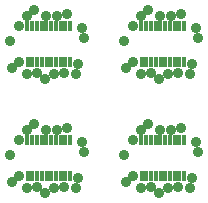
<source format=gbs>
G75*
%MOIN*%
%OFA0B0*%
%FSLAX25Y25*%
%IPPOS*%
%LPD*%
%AMOC8*
5,1,8,0,0,1.08239X$1,22.5*
%
%ADD10R,0.01587X0.03556*%
%ADD11C,0.03500*%
D10*
X0012327Y0013500D03*
X0013902Y0013500D03*
X0015476Y0013500D03*
X0017051Y0013500D03*
X0018626Y0013500D03*
X0020201Y0013500D03*
X0021776Y0013500D03*
X0023350Y0013500D03*
X0024925Y0013500D03*
X0026500Y0013500D03*
X0026500Y0025626D03*
X0024846Y0025626D03*
X0023272Y0025626D03*
X0021697Y0025626D03*
X0020122Y0025626D03*
X0018547Y0025626D03*
X0016972Y0025626D03*
X0015398Y0025626D03*
X0013823Y0025626D03*
X0012248Y0025626D03*
X0012327Y0051500D03*
X0013902Y0051500D03*
X0015476Y0051500D03*
X0017051Y0051500D03*
X0018626Y0051500D03*
X0020201Y0051500D03*
X0021776Y0051500D03*
X0023350Y0051500D03*
X0024925Y0051500D03*
X0026500Y0051500D03*
X0026500Y0063626D03*
X0024846Y0063626D03*
X0023272Y0063626D03*
X0021697Y0063626D03*
X0020122Y0063626D03*
X0018547Y0063626D03*
X0016972Y0063626D03*
X0015398Y0063626D03*
X0013823Y0063626D03*
X0012248Y0063626D03*
X0050248Y0063626D03*
X0051823Y0063626D03*
X0053398Y0063626D03*
X0054972Y0063626D03*
X0056547Y0063626D03*
X0058122Y0063626D03*
X0059697Y0063626D03*
X0061272Y0063626D03*
X0062846Y0063626D03*
X0064500Y0063626D03*
X0064500Y0051500D03*
X0062925Y0051500D03*
X0061350Y0051500D03*
X0059776Y0051500D03*
X0058201Y0051500D03*
X0056626Y0051500D03*
X0055051Y0051500D03*
X0053476Y0051500D03*
X0051902Y0051500D03*
X0050327Y0051500D03*
X0050248Y0025626D03*
X0051823Y0025626D03*
X0053398Y0025626D03*
X0054972Y0025626D03*
X0056547Y0025626D03*
X0058122Y0025626D03*
X0059697Y0025626D03*
X0061272Y0025626D03*
X0062846Y0025626D03*
X0064500Y0025626D03*
X0064500Y0013500D03*
X0062925Y0013500D03*
X0061350Y0013500D03*
X0059776Y0013500D03*
X0058201Y0013500D03*
X0056626Y0013500D03*
X0055051Y0013500D03*
X0053476Y0013500D03*
X0051902Y0013500D03*
X0050327Y0013500D03*
D11*
X0007000Y0011500D03*
X0009500Y0013500D03*
X0012000Y0009500D03*
X0015500Y0010000D03*
X0018000Y0008000D03*
X0021000Y0009500D03*
X0024500Y0010000D03*
X0028500Y0009500D03*
X0029000Y0013000D03*
X0031000Y0021500D03*
X0030500Y0025000D03*
X0025500Y0029500D03*
X0022000Y0029000D03*
X0018500Y0029000D03*
X0014500Y0031000D03*
X0012000Y0029000D03*
X0009500Y0025500D03*
X0006500Y0020500D03*
X0018000Y0046000D03*
X0015500Y0048000D03*
X0012000Y0047500D03*
X0009500Y0051500D03*
X0007000Y0049500D03*
X0006500Y0058500D03*
X0009500Y0063500D03*
X0012000Y0067000D03*
X0014500Y0069000D03*
X0018500Y0067000D03*
X0022000Y0067000D03*
X0025500Y0067500D03*
X0030500Y0063000D03*
X0031000Y0059500D03*
X0029000Y0051000D03*
X0028500Y0047500D03*
X0024500Y0048000D03*
X0021000Y0047500D03*
X0044500Y0058500D03*
X0047500Y0063500D03*
X0050000Y0067000D03*
X0052500Y0069000D03*
X0056500Y0067000D03*
X0060000Y0067000D03*
X0063500Y0067500D03*
X0068500Y0063000D03*
X0069000Y0059500D03*
X0067000Y0051000D03*
X0066500Y0047500D03*
X0062500Y0048000D03*
X0059000Y0047500D03*
X0056000Y0046000D03*
X0053500Y0048000D03*
X0050000Y0047500D03*
X0047500Y0051500D03*
X0045000Y0049500D03*
X0052500Y0031000D03*
X0050000Y0029000D03*
X0047500Y0025500D03*
X0044500Y0020500D03*
X0047500Y0013500D03*
X0045000Y0011500D03*
X0050000Y0009500D03*
X0053500Y0010000D03*
X0056000Y0008000D03*
X0059000Y0009500D03*
X0062500Y0010000D03*
X0066500Y0009500D03*
X0067000Y0013000D03*
X0069000Y0021500D03*
X0068500Y0025000D03*
X0063500Y0029500D03*
X0060000Y0029000D03*
X0056500Y0029000D03*
M02*

</source>
